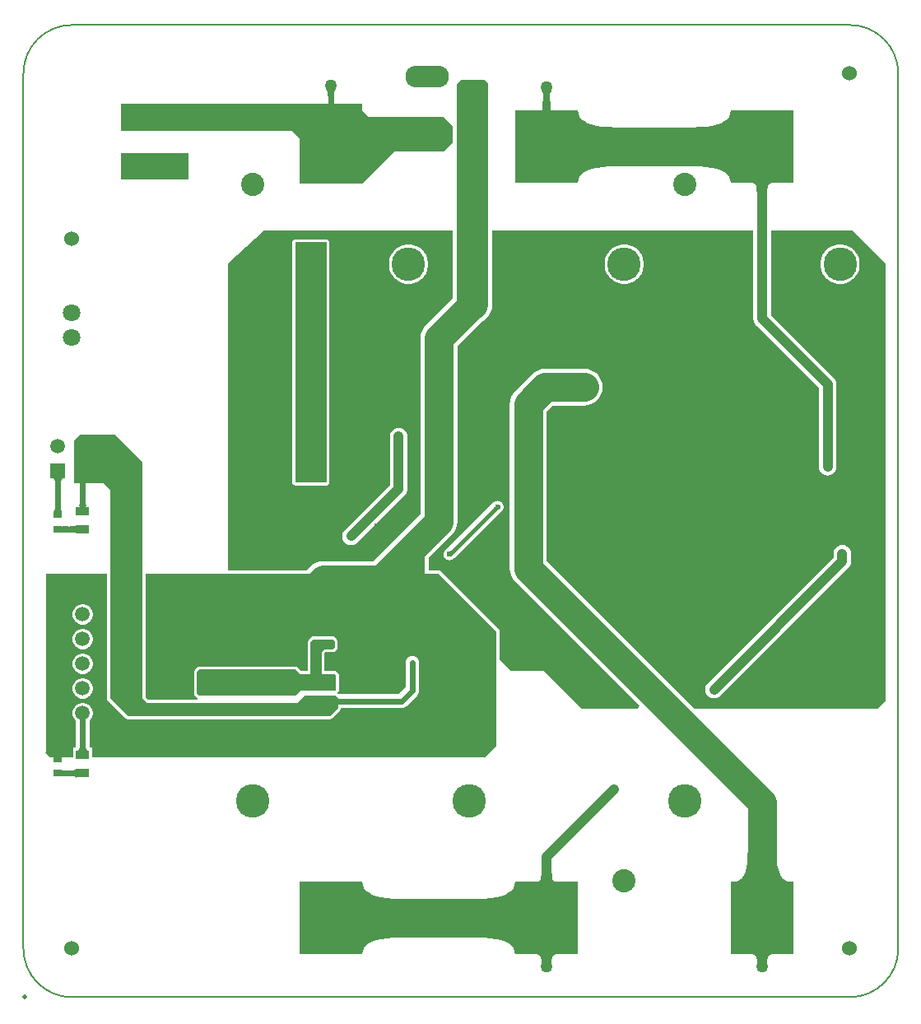
<source format=gbl>
G04*
G04 #@! TF.GenerationSoftware,Altium Limited,Altium Designer,21.1.1 (26)*
G04*
G04 Layer_Physical_Order=2*
G04 Layer_Color=16711680*
%FSLAX25Y25*%
%MOIN*%
G70*
G04*
G04 #@! TF.SameCoordinates,5AD375DC-C50E-4051-8569-BF36B36DD858*
G04*
G04*
G04 #@! TF.FilePolarity,Positive*
G04*
G01*
G75*
%ADD13C,0.00591*%
%ADD16C,0.05000*%
%ADD19R,0.05315X0.03740*%
%ADD21R,0.03543X0.02559*%
%ADD59C,0.01575*%
%ADD60C,0.03937*%
%ADD61C,0.02362*%
%ADD62C,0.12697*%
%ADD63C,0.11811*%
%ADD65R,0.27559X0.11024*%
%ADD66C,0.05906*%
%ADD67R,0.05906X0.05906*%
%ADD68C,0.06000*%
%ADD69O,0.08858X0.17717*%
%ADD70O,0.19685X0.09843*%
%ADD71O,0.17717X0.08858*%
%ADD72C,0.07087*%
%ADD73C,0.09409*%
%ADD74C,0.13583*%
%ADD75C,0.01968*%
%ADD76C,0.02362*%
%ADD77R,0.25472X0.29370*%
%ADD78C,0.15748*%
G36*
X126341Y367566D02*
X126204Y367327D01*
X126084Y367070D01*
X125979Y366793D01*
X125890Y366498D01*
X125818Y366183D01*
X125761Y365851D01*
X125721Y365499D01*
X125689Y364739D01*
X123327D01*
X123319Y365128D01*
X123254Y365851D01*
X123198Y366183D01*
X123125Y366498D01*
X123037Y366793D01*
X122932Y367070D01*
X122811Y367327D01*
X122675Y367566D01*
X122521Y367787D01*
X126494D01*
X126341Y367566D01*
D02*
G37*
G36*
X188189Y369971D02*
Y356210D01*
X175591Y356349D01*
Y369925D01*
X177122Y371457D01*
X186704D01*
X188189Y369971D01*
D02*
G37*
G36*
X213058Y366998D02*
X213849D01*
X213696Y366778D01*
X213559Y366539D01*
X213438Y366281D01*
X213333Y366004D01*
X213245Y365709D01*
X213172Y365395D01*
X213116Y365062D01*
X213108Y364997D01*
X213438Y360585D01*
X213639Y359234D01*
X213799Y359126D01*
X214000Y359055D01*
X214224Y359031D01*
X213669D01*
X213746Y358513D01*
X214141Y356624D01*
X214624Y354919D01*
X215195Y353398D01*
X215853Y352060D01*
X216599Y350905D01*
X217433Y349934D01*
X206291D01*
X207125Y350905D01*
X207871Y352060D01*
X208530Y353398D01*
X209101Y354919D01*
X209584Y356624D01*
X209979Y358513D01*
X210055Y359031D01*
X209500D01*
X209724Y359055D01*
X209925Y359126D01*
X210086Y359234D01*
X210286Y360585D01*
X210615Y364987D01*
X210609Y365062D01*
X210552Y365395D01*
X210480Y365709D01*
X210391Y366004D01*
X210286Y366281D01*
X210166Y366539D01*
X210029Y366778D01*
X209876Y366998D01*
X210666D01*
X210681Y367903D01*
X213043D01*
X213058Y366998D01*
D02*
G37*
G36*
X137280Y359055D02*
X139923Y356412D01*
X170163Y356412D01*
X173721Y352854D01*
X173720Y345854D01*
X170180Y342314D01*
X150066Y342314D01*
X137280Y329528D01*
X111811D01*
Y347658D01*
X108583Y350886D01*
X39378D01*
Y361713D01*
X137280D01*
Y359055D01*
D02*
G37*
G36*
X286488Y329697D02*
X286331Y330989D01*
X285858Y332145D01*
X285071Y333165D01*
X283969Y334048D01*
X282551Y334796D01*
X280819Y335408D01*
X278772Y335884D01*
X276410Y336224D01*
X273732Y336428D01*
X270740Y336496D01*
Y352244D01*
X273732Y352312D01*
X276410Y352516D01*
X278772Y352856D01*
X280819Y353332D01*
X282551Y353944D01*
X283969Y354692D01*
X285071Y355576D01*
X285858Y356595D01*
X286331Y357751D01*
X286488Y359043D01*
Y329697D01*
D02*
G37*
G36*
X224744Y357751D02*
X225216Y356595D01*
X226004Y355576D01*
X227106Y354692D01*
X228523Y353944D01*
X230256Y353332D01*
X232303Y352856D01*
X234665Y352516D01*
X237342Y352312D01*
X240334Y352244D01*
Y336496D01*
X237342Y336428D01*
X234665Y336224D01*
X232303Y335884D01*
X230256Y335408D01*
X228523Y334796D01*
X227106Y334048D01*
X226004Y333165D01*
X225216Y332145D01*
X224744Y330989D01*
X224586Y329697D01*
Y359043D01*
X224744Y357751D01*
D02*
G37*
G36*
X304099Y337978D02*
X303487Y336939D01*
X302946Y335688D01*
X302478Y334225D01*
X302082Y332550D01*
X301758Y330664D01*
X301664Y329709D01*
X303150D01*
X302776Y329670D01*
X302441Y329551D01*
X302146Y329354D01*
X301890Y329077D01*
X301673Y328722D01*
X301534Y328379D01*
X301325Y326255D01*
X301217Y323732D01*
X301181Y320998D01*
X297244D01*
X297208Y323732D01*
X296835Y328518D01*
X296752Y328722D01*
X296535Y329077D01*
X296280Y329354D01*
X295984Y329551D01*
X295650Y329670D01*
X295276Y329709D01*
X296742D01*
X296668Y330664D01*
X296343Y332550D01*
X295947Y334225D01*
X295479Y335688D01*
X294938Y336939D01*
X294326Y337978D01*
X293641Y338806D01*
X304784D01*
X304099Y337978D01*
D02*
G37*
G36*
X349311Y297146D02*
Y120177D01*
X346063Y116929D01*
X271752D01*
X256440Y132241D01*
X211946Y176735D01*
Y236991D01*
X214461Y239507D01*
X227067D01*
X228533Y239651D01*
X229943Y240079D01*
X231243Y240774D01*
X232382Y241708D01*
X233317Y242847D01*
X234011Y244147D01*
X234439Y245557D01*
X234583Y247023D01*
X234439Y248490D01*
X234011Y249900D01*
X233317Y251199D01*
X232382Y252338D01*
X231243Y253273D01*
X229943Y253968D01*
X228533Y254395D01*
X227067Y254540D01*
X211348D01*
X211348Y254540D01*
X209881Y254395D01*
X208471Y253968D01*
X207172Y253273D01*
X206033Y252338D01*
X199114Y245420D01*
X198179Y244281D01*
X197485Y242981D01*
X197057Y241571D01*
X196913Y240105D01*
Y173622D01*
X197057Y172156D01*
X197485Y170746D01*
X198179Y169446D01*
X199114Y168307D01*
X249401Y118020D01*
X248949Y116929D01*
X226287D01*
X210975Y132241D01*
X197490D01*
X192838Y136892D01*
Y148228D01*
X192838Y148228D01*
X192746Y148689D01*
X192485Y149080D01*
X192485Y149080D01*
X169223Y172343D01*
X169159Y172407D01*
X168768Y172668D01*
X168307Y172759D01*
X168307Y172759D01*
X164045D01*
D01*
Y177741D01*
X173622Y187318D01*
X174557Y188457D01*
X175251Y189757D01*
X175679Y191167D01*
X175824Y192633D01*
Y263816D01*
X185426Y273418D01*
X186313Y273892D01*
X187520Y274882D01*
X188510Y276089D01*
X189245Y277465D01*
X189698Y278959D01*
X189851Y280512D01*
Y296850D01*
Y310531D01*
X295639D01*
Y296850D01*
Y274748D01*
X295760Y273823D01*
X296117Y272961D01*
X296686Y272220D01*
X322126Y246780D01*
Y214777D01*
X322248Y213852D01*
X322605Y212990D01*
X323173Y212250D01*
X323913Y211682D01*
X324775Y211325D01*
X325700Y211203D01*
X326625Y211325D01*
X327487Y211682D01*
X328227Y212250D01*
X328795Y212990D01*
X329152Y213852D01*
X329274Y214777D01*
Y248260D01*
X329152Y249185D01*
X328795Y250047D01*
X328227Y250787D01*
X302786Y276228D01*
Y296850D01*
Y310531D01*
X335925D01*
X349311Y297146D01*
D02*
G37*
G36*
X16153Y210135D02*
X15953Y210064D01*
X15776Y209946D01*
X15622Y209781D01*
X15492Y209568D01*
X15386Y209308D01*
X15303Y209001D01*
X15244Y208647D01*
X15209Y208245D01*
X15197Y207797D01*
X12835D01*
X12823Y208245D01*
X12787Y208647D01*
X12728Y209001D01*
X12646Y209308D01*
X12539Y209568D01*
X12409Y209781D01*
X12256Y209946D01*
X12079Y210064D01*
X11878Y210135D01*
X11654Y210159D01*
X16378D01*
X16153Y210135D01*
D02*
G37*
G36*
X25209Y200581D02*
X25244Y200178D01*
X25303Y199822D01*
X25386Y199513D01*
X25492Y199252D01*
X25622Y199038D01*
X25776Y198872D01*
X25953Y198753D01*
X26153Y198682D01*
X26378Y198658D01*
X21654D01*
X21878Y198682D01*
X22079Y198753D01*
X22256Y198872D01*
X22410Y199038D01*
X22539Y199252D01*
X22646Y199513D01*
X22728Y199822D01*
X22787Y200178D01*
X22823Y200581D01*
X22835Y201032D01*
X25197D01*
X25209Y200581D01*
D02*
G37*
G36*
X15203Y198664D02*
X15289Y197601D01*
X15341Y197342D01*
X15405Y197129D01*
X15480Y196964D01*
X15567Y196846D01*
X15665Y196775D01*
X15775Y196751D01*
X12256D01*
X12366Y196775D01*
X12464Y196846D01*
X12551Y196964D01*
X12626Y197129D01*
X12690Y197342D01*
X12742Y197601D01*
X12783Y197908D01*
X12829Y198664D01*
X12835Y199113D01*
X15197D01*
X15203Y198664D01*
D02*
G37*
G36*
X15799Y190824D02*
X15870Y190806D01*
X15988Y190789D01*
X16153Y190775D01*
X17287Y190739D01*
X18138Y190735D01*
Y188372D01*
X15775Y188311D01*
Y190846D01*
X15799Y190824D01*
D02*
G37*
G36*
X21370Y187671D02*
X21347Y187804D01*
X21276Y187923D01*
X21158Y188029D01*
X20992Y188120D01*
X20780Y188197D01*
X20520Y188260D01*
X20213Y188309D01*
X19859Y188344D01*
X19008Y188372D01*
Y190735D01*
X19457Y190741D01*
X20213Y190793D01*
X20520Y190839D01*
X20780Y190898D01*
X20992Y190969D01*
X21158Y191054D01*
X21276Y191152D01*
X21347Y191263D01*
X21370Y191387D01*
Y187671D01*
D02*
G37*
G36*
X173928Y296850D02*
Y283180D01*
X162992Y272244D01*
X162057Y271105D01*
X161363Y269806D01*
X160935Y268395D01*
X160791Y266929D01*
Y195747D01*
X151213Y186169D01*
X141636Y176592D01*
X121653D01*
X120187Y176447D01*
X118777Y176020D01*
X117478Y175325D01*
X116339Y174390D01*
X114708Y172759D01*
X83070D01*
D01*
X82776D01*
Y297146D01*
X97441Y310531D01*
X173928D01*
Y296850D01*
D02*
G37*
G36*
X191634Y148228D02*
Y101673D01*
X187008Y97047D01*
X27854D01*
Y101038D01*
X26795D01*
Y111973D01*
X27324Y112501D01*
X27868Y113444D01*
X28150Y114495D01*
Y115584D01*
X27868Y116635D01*
X27324Y117578D01*
X26554Y118347D01*
X25611Y118892D01*
X24560Y119173D01*
X23471D01*
X22420Y118892D01*
X21477Y118347D01*
X20708Y117578D01*
X20164Y116635D01*
X19882Y115584D01*
Y114495D01*
X20164Y113444D01*
X20708Y112501D01*
X21236Y111973D01*
Y101038D01*
X20177D01*
Y97047D01*
X10971D01*
X8961Y99058D01*
X9041Y99139D01*
X9041Y171555D01*
X33835D01*
Y121038D01*
X33835Y121038D01*
X33927Y120577D01*
X34188Y120187D01*
X41447Y112928D01*
X41837Y112667D01*
X42298Y112575D01*
X42298Y112575D01*
X124150D01*
X124150Y112575D01*
X124611Y112667D01*
X125002Y112928D01*
X125002Y112928D01*
X128329Y116255D01*
X128590Y116646D01*
X128681Y117102D01*
X153146D01*
X153865Y117197D01*
X154536Y117475D01*
X155111Y117916D01*
X159446Y122251D01*
X159888Y122827D01*
X160165Y123497D01*
X160260Y124216D01*
Y135433D01*
X160165Y136153D01*
X159888Y136823D01*
X159446Y137399D01*
X158870Y137840D01*
X158200Y138118D01*
X157480Y138213D01*
X156761Y138118D01*
X156090Y137840D01*
X155515Y137399D01*
X155073Y136823D01*
X154795Y136153D01*
X154701Y135433D01*
Y125368D01*
X151994Y122662D01*
X127557D01*
X127221Y122997D01*
X127174Y123477D01*
X127462Y123764D01*
X127462Y123764D01*
X127723Y124155D01*
X127814Y124616D01*
X127814Y124616D01*
Y130349D01*
X127814Y130349D01*
X127723Y130810D01*
X127462Y131201D01*
X127462Y131201D01*
X126905Y131757D01*
X126905Y131757D01*
X126515Y132018D01*
X126054Y132110D01*
X126054Y132110D01*
X121929D01*
Y139358D01*
X122300Y139729D01*
X125252D01*
X125252Y139729D01*
X125713Y139821D01*
X126103Y140082D01*
X126103Y140082D01*
X126905Y140883D01*
X127166Y141274D01*
X127258Y141735D01*
X127258Y141735D01*
Y144068D01*
X127258Y144068D01*
X127166Y144529D01*
X126905Y144920D01*
X126905Y144920D01*
X126103Y145722D01*
X125713Y145983D01*
X125252Y146074D01*
X125252Y146074D01*
X117445D01*
X117445Y146074D01*
X116984Y145983D01*
X116594Y145722D01*
X115441Y144569D01*
X115415Y144552D01*
X115154Y144161D01*
X115062Y143700D01*
Y132110D01*
X112491D01*
X111072Y133529D01*
X110682Y133790D01*
X110221Y133881D01*
X110221Y133881D01*
X71204Y133881D01*
X70744Y133790D01*
X70353Y133529D01*
X70353Y133529D01*
X69449Y132625D01*
X69188Y132234D01*
X69096Y131773D01*
X69096Y131773D01*
Y122951D01*
X69096Y122951D01*
X69188Y122490D01*
X69449Y122100D01*
X69449Y122100D01*
X70353Y121196D01*
X70353Y121196D01*
X70652Y120996D01*
X70591Y120549D01*
X70569Y120496D01*
X50424D01*
X49383Y121537D01*
Y171555D01*
X168307Y171555D01*
X191634Y148228D01*
D02*
G37*
G36*
X126054Y144068D02*
Y141735D01*
X125252Y140933D01*
X121801D01*
X120725Y139857D01*
Y130905D01*
X126054D01*
X126610Y130349D01*
Y124616D01*
X126054Y124059D01*
X112249Y124059D01*
X110236Y122047D01*
X71204D01*
X70300Y122951D01*
Y131773D01*
X71204Y132677D01*
X110221Y132677D01*
X111993Y130905D01*
X116267D01*
Y143700D01*
X116275D01*
X117445Y144870D01*
X125252D01*
X126054Y144068D01*
D02*
G37*
G36*
X48179Y216880D02*
Y121038D01*
X49926Y119291D01*
X110990D01*
X113845Y122146D01*
X126370D01*
X127477Y121038D01*
Y117107D01*
X124150Y113779D01*
X42298D01*
X35039Y121038D01*
Y205446D01*
X32296Y208189D01*
X20374D01*
X20374Y225492D01*
X22792Y227910D01*
X37149D01*
X48179Y216880D01*
D02*
G37*
G36*
X25209Y101758D02*
X25244Y101356D01*
X25303Y101002D01*
X25386Y100695D01*
X25492Y100435D01*
X25622Y100222D01*
X25776Y100057D01*
X25953Y99939D01*
X26153Y99868D01*
X26378Y99844D01*
X21654D01*
X21878Y99868D01*
X22079Y99939D01*
X22256Y100057D01*
X22410Y100222D01*
X22539Y100435D01*
X22646Y100695D01*
X22728Y101002D01*
X22787Y101356D01*
X22823Y101758D01*
X22835Y102207D01*
X25197D01*
X25209Y101758D01*
D02*
G37*
G36*
X15799Y91954D02*
X15870Y91939D01*
X15988Y91926D01*
X16366Y91906D01*
X18138Y91884D01*
Y89522D01*
X15775Y89435D01*
Y91970D01*
X15799Y91954D01*
D02*
G37*
G36*
X21370Y88845D02*
X21347Y88973D01*
X21276Y89089D01*
X21158Y89190D01*
X20992Y89278D01*
X20780Y89353D01*
X20520Y89413D01*
X20213Y89461D01*
X19859Y89495D01*
X19008Y89522D01*
Y91884D01*
X19457Y91891D01*
X20213Y91945D01*
X20520Y91992D01*
X20780Y92053D01*
X20992Y92128D01*
X21158Y92216D01*
X21276Y92317D01*
X21347Y92432D01*
X21370Y92561D01*
Y88845D01*
D02*
G37*
G36*
X305177Y56246D02*
X305354Y54236D01*
X305650Y52462D01*
X306063Y50925D01*
X306594Y49625D01*
X307244Y48561D01*
X308012Y47733D01*
X308898Y47142D01*
X309902Y46787D01*
X311024Y46669D01*
X287402D01*
X288524Y46787D01*
X289528Y47142D01*
X290413Y47733D01*
X291181Y48561D01*
X291831Y49625D01*
X292362Y50925D01*
X292776Y52462D01*
X293071Y54236D01*
X293248Y56246D01*
X293307Y58492D01*
X305118D01*
X305177Y56246D01*
D02*
G37*
G36*
X213867Y52646D02*
X214240Y47860D01*
X214323Y47656D01*
X214539Y47301D01*
X214795Y47024D01*
X215090Y46827D01*
X215425Y46708D01*
X215799Y46669D01*
X214333D01*
X214407Y45714D01*
X214731Y43828D01*
X215128Y42153D01*
X215596Y40690D01*
X216136Y39439D01*
X216749Y38400D01*
X217433Y37572D01*
X206291D01*
X206976Y38400D01*
X207588Y39439D01*
X208128Y40690D01*
X208597Y42153D01*
X208993Y43828D01*
X209317Y45714D01*
X209411Y46669D01*
X207925D01*
X208299Y46708D01*
X208634Y46827D01*
X208929Y47024D01*
X209185Y47301D01*
X209402Y47656D01*
X209541Y47999D01*
X209750Y50124D01*
X209858Y52646D01*
X209894Y55380D01*
X213831D01*
X213867Y52646D01*
D02*
G37*
G36*
X199138Y17335D02*
X198980Y18627D01*
X198508Y19782D01*
X197721Y20802D01*
X196618Y21686D01*
X195201Y22434D01*
X193469Y23046D01*
X191421Y23522D01*
X189059Y23862D01*
X186382Y24066D01*
X183390Y24134D01*
Y39882D01*
X186382Y39950D01*
X189059Y40154D01*
X191421Y40494D01*
X193469Y40970D01*
X195201Y41582D01*
X196618Y42330D01*
X197721Y43213D01*
X198508Y44233D01*
X198980Y45389D01*
X199138Y46681D01*
Y17335D01*
D02*
G37*
G36*
X137390Y45389D02*
X137862Y44233D01*
X138649Y43213D01*
X139752Y42330D01*
X141169Y41582D01*
X142901Y40970D01*
X144949Y40494D01*
X147311Y40154D01*
X149988Y39950D01*
X152980Y39882D01*
Y24134D01*
X149988Y24066D01*
X147311Y23862D01*
X144949Y23522D01*
X142901Y23046D01*
X141169Y22434D01*
X139752Y21686D01*
X138649Y20802D01*
X137862Y19782D01*
X137390Y18627D01*
X137232Y17335D01*
Y46681D01*
X137390Y45389D01*
D02*
G37*
G36*
X302971Y27304D02*
X302595Y26598D01*
X302264Y25717D01*
X301977Y24660D01*
X301734Y23427D01*
X301535Y22019D01*
X301270Y18675D01*
X301240Y17347D01*
X303150D01*
X302776Y17307D01*
X302441Y17189D01*
X302146Y16992D01*
X301890Y16715D01*
X301673Y16360D01*
X301496Y15925D01*
X301358Y15412D01*
X301260Y14819D01*
X301201Y14148D01*
X301181Y13398D01*
X297244D01*
X297224Y14148D01*
X297165Y14819D01*
X297067Y15412D01*
X296929Y15925D01*
X296752Y16360D01*
X296535Y16715D01*
X296280Y16992D01*
X295984Y17189D01*
X295650Y17307D01*
X295276Y17347D01*
X297174D01*
X296692Y23427D01*
X296448Y24660D01*
X296161Y25717D01*
X295830Y26598D01*
X295454Y27304D01*
X295034Y27835D01*
X303391D01*
X302971Y27304D01*
D02*
G37*
G36*
X217094Y25909D02*
X216409Y24813D01*
X215805Y23618D01*
X215281Y22325D01*
X214838Y20932D01*
X214475Y19439D01*
X214193Y17848D01*
X214134Y17347D01*
X215799D01*
X215425Y17307D01*
X215090Y17189D01*
X214795Y16992D01*
X214539Y16715D01*
X214323Y16360D01*
X214146Y15925D01*
X214008Y15412D01*
X213942Y15014D01*
X213831Y12480D01*
X209894D01*
X209853Y14368D01*
X209807Y14865D01*
X209717Y15412D01*
X209579Y15925D01*
X209402Y16360D01*
X209185Y16715D01*
X208929Y16992D01*
X208634Y17189D01*
X208299Y17307D01*
X207925Y17347D01*
X209578D01*
X209531Y17848D01*
X209249Y19439D01*
X208887Y20932D01*
X208443Y22325D01*
X207920Y23618D01*
X207315Y24813D01*
X206631Y25909D01*
X205865Y26905D01*
X217859D01*
X217094Y25909D01*
D02*
G37*
%LPC*%
G36*
X331494Y304823D02*
X329923D01*
X328383Y304517D01*
X326932Y303916D01*
X325626Y303043D01*
X324516Y301933D01*
X323644Y300627D01*
X323043Y299176D01*
X322736Y297636D01*
Y296850D01*
Y296065D01*
X323043Y294525D01*
X323644Y293074D01*
X324516Y291768D01*
X325626Y290658D01*
X326932Y289785D01*
X328383Y289184D01*
X329923Y288878D01*
X331494D01*
X333034Y289184D01*
X334485Y289785D01*
X335791Y290658D01*
X336901Y291768D01*
X337774Y293074D01*
X338375Y294525D01*
X338681Y296065D01*
Y297636D01*
X338375Y299176D01*
X337774Y300627D01*
X336901Y301933D01*
X335791Y303043D01*
X334485Y303916D01*
X333034Y304517D01*
X331494Y304823D01*
D02*
G37*
G36*
X244144D02*
X242573D01*
X241033Y304517D01*
X239582Y303916D01*
X238276Y303043D01*
X237166Y301933D01*
X236293Y300627D01*
X235692Y299176D01*
X235386Y297636D01*
Y296850D01*
Y296065D01*
X235692Y294525D01*
X236293Y293074D01*
X237166Y291768D01*
X238276Y290658D01*
X239582Y289785D01*
X241033Y289184D01*
X242573Y288878D01*
X244144D01*
X245684Y289184D01*
X247135Y289785D01*
X248440Y290658D01*
X249551Y291768D01*
X250423Y293074D01*
X251024Y294525D01*
X251331Y296065D01*
Y296850D01*
Y297636D01*
X251024Y299176D01*
X250423Y300627D01*
X249551Y301933D01*
X248440Y303043D01*
X247135Y303916D01*
X245684Y304517D01*
X244144Y304823D01*
D02*
G37*
G36*
X192126Y201014D02*
X191962D01*
X191729Y200968D01*
X191656D01*
X191588Y200940D01*
X191040Y200831D01*
X190259Y200309D01*
X171378Y181428D01*
X171210Y181358D01*
X171042Y181190D01*
X170845Y181058D01*
X170713Y180861D01*
X170545Y180693D01*
X170454Y180474D01*
X170323Y180277D01*
X170276Y180044D01*
X170186Y179825D01*
Y179588D01*
X170139Y179355D01*
X170186Y179123D01*
Y178885D01*
X170276Y178666D01*
X170323Y178434D01*
X170454Y178236D01*
X170545Y178017D01*
X170713Y177849D01*
X170845Y177652D01*
X171042Y177521D01*
X171210Y177353D01*
X171429Y177262D01*
X171626Y177130D01*
X171859Y177084D01*
X172078Y176993D01*
X172315D01*
X172548Y176947D01*
X172712D01*
X172944Y176993D01*
X173018D01*
X173085Y177021D01*
X173633Y177130D01*
X174415Y177652D01*
X193296Y196534D01*
X193464Y196603D01*
X193632Y196771D01*
X193829Y196903D01*
X193961Y197100D01*
X194129Y197268D01*
X194219Y197487D01*
X194351Y197684D01*
X194397Y197917D01*
X194488Y198136D01*
Y198373D01*
X194535Y198606D01*
X194488Y198838D01*
Y199076D01*
X194397Y199295D01*
X194351Y199528D01*
X194219Y199725D01*
X194129Y199944D01*
X193961Y200112D01*
X193829Y200309D01*
X193632Y200441D01*
X193464Y200608D01*
X193245Y200699D01*
X193048Y200831D01*
X192815Y200877D01*
X192596Y200968D01*
X192359D01*
X192126Y201014D01*
D02*
G37*
G36*
X331606Y183101D02*
X330681Y182980D01*
X329819Y182623D01*
X329079Y182055D01*
X328511Y181315D01*
X328154Y180453D01*
X328033Y179527D01*
Y177933D01*
X282340Y132241D01*
X277233Y127133D01*
X276665Y126393D01*
X276308Y125531D01*
X276186Y124606D01*
X276308Y123681D01*
X276665Y122819D01*
X277233Y122079D01*
X277973Y121511D01*
X278835Y121154D01*
X279760Y121032D01*
X280685Y121154D01*
X281547Y121511D01*
X282287Y122079D01*
X292911Y132703D01*
X334134Y173926D01*
X334701Y174666D01*
X335058Y175528D01*
X335180Y176453D01*
Y179527D01*
X335058Y180453D01*
X334701Y181315D01*
X334134Y182055D01*
X333393Y182623D01*
X332531Y182980D01*
X331606Y183101D01*
D02*
G37*
%LPD*%
G36*
X192220Y197429D02*
X192149Y197419D01*
X192076Y197400D01*
X192001Y197373D01*
X191923Y197337D01*
X191843Y197293D01*
X191762Y197240D01*
X191678Y197179D01*
X191503Y197030D01*
X191413Y196943D01*
X190448Y198205D01*
X190542Y198300D01*
X190909Y198724D01*
X190938Y198771D01*
X190958Y198811D01*
X190969Y198844D01*
X192220Y197429D01*
D02*
G37*
G36*
X174226Y179756D02*
X174132Y179661D01*
X173764Y179237D01*
X173735Y179190D01*
X173715Y179150D01*
X173705Y179118D01*
X172454Y180533D01*
X172525Y180543D01*
X172598Y180561D01*
X172673Y180588D01*
X172751Y180624D01*
X172830Y180668D01*
X172912Y180721D01*
X172996Y180782D01*
X173171Y180931D01*
X173261Y181018D01*
X174226Y179756D01*
D02*
G37*
%LPC*%
G36*
X156789Y304823D02*
X155219D01*
X153679Y304517D01*
X152228Y303916D01*
X150922Y303043D01*
X149811Y301933D01*
X148939Y300627D01*
X148338Y299176D01*
X148031Y297636D01*
Y296850D01*
Y296065D01*
X148338Y294525D01*
X148939Y293074D01*
X149811Y291768D01*
X150922Y290658D01*
X152228Y289785D01*
X153679Y289184D01*
X155219Y288878D01*
X156789D01*
X158329Y289184D01*
X159780Y289785D01*
X161086Y290658D01*
X162197Y291768D01*
X163069Y293074D01*
X163670Y294525D01*
X163976Y296065D01*
Y296850D01*
Y297636D01*
X163670Y299176D01*
X163069Y300627D01*
X162197Y301933D01*
X161086Y303043D01*
X159780Y303916D01*
X158329Y304517D01*
X156789Y304823D01*
D02*
G37*
G36*
X122736Y306948D02*
X110039D01*
X109579Y306856D01*
X109188Y306595D01*
X108927Y306205D01*
X108835Y305744D01*
Y296850D01*
Y208459D01*
X108927Y207998D01*
X109188Y207607D01*
X109579Y207346D01*
X110039Y207255D01*
X122736D01*
X123197Y207346D01*
X123588Y207607D01*
X123849Y207998D01*
X123941Y208459D01*
Y296850D01*
Y305744D01*
X123849Y306205D01*
X123588Y306595D01*
X123197Y306856D01*
X122736Y306948D01*
D02*
G37*
G36*
X151969Y230612D02*
X151043Y230490D01*
X150182Y230133D01*
X149441Y229565D01*
X148873Y228825D01*
X148516Y227963D01*
X148395Y227038D01*
Y207391D01*
X130233Y189229D01*
X129665Y188489D01*
X129307Y187627D01*
X129186Y186702D01*
X129307Y185777D01*
X129665Y184915D01*
X130233Y184175D01*
X130973Y183607D01*
X131835Y183250D01*
X132760Y183128D01*
X133685Y183250D01*
X134546Y183607D01*
X135287Y184175D01*
X154496Y203384D01*
X155064Y204124D01*
X155421Y204986D01*
X155542Y205911D01*
Y227038D01*
X155421Y227963D01*
X155064Y228825D01*
X154496Y229565D01*
X153755Y230133D01*
X152893Y230490D01*
X151969Y230612D01*
D02*
G37*
%LPD*%
G36*
X122736Y208459D02*
X110039D01*
Y305744D01*
X122736D01*
Y208459D01*
D02*
G37*
%LPC*%
G36*
X24560Y159173D02*
X23471D01*
X22420Y158891D01*
X21477Y158347D01*
X20708Y157578D01*
X20164Y156635D01*
X19882Y155584D01*
Y154495D01*
X20164Y153444D01*
X20708Y152501D01*
X21477Y151732D01*
X22420Y151187D01*
X23471Y150906D01*
X24560D01*
X25611Y151187D01*
X26554Y151732D01*
X27324Y152501D01*
X27868Y153444D01*
X28150Y154495D01*
Y155584D01*
X27868Y156635D01*
X27324Y157578D01*
X26554Y158347D01*
X25611Y158891D01*
X24560Y159173D01*
D02*
G37*
G36*
Y149173D02*
X23471D01*
X22420Y148891D01*
X21477Y148347D01*
X20708Y147578D01*
X20164Y146635D01*
X19882Y145584D01*
Y144495D01*
X20164Y143444D01*
X20708Y142501D01*
X21477Y141732D01*
X22420Y141187D01*
X23471Y140905D01*
X24560D01*
X25611Y141187D01*
X26554Y141732D01*
X27324Y142501D01*
X27868Y143444D01*
X28150Y144495D01*
Y145584D01*
X27868Y146635D01*
X27324Y147578D01*
X26554Y148347D01*
X25611Y148891D01*
X24560Y149173D01*
D02*
G37*
G36*
Y139173D02*
X23471D01*
X22420Y138891D01*
X21477Y138347D01*
X20708Y137578D01*
X20164Y136635D01*
X19882Y135584D01*
Y134495D01*
X20164Y133444D01*
X20708Y132501D01*
X21477Y131731D01*
X22420Y131187D01*
X23471Y130905D01*
X24560D01*
X25611Y131187D01*
X26554Y131731D01*
X27324Y132501D01*
X27868Y133444D01*
X28150Y134495D01*
Y135584D01*
X27868Y136635D01*
X27324Y137578D01*
X26554Y138347D01*
X25611Y138891D01*
X24560Y139173D01*
D02*
G37*
G36*
Y129173D02*
X23471D01*
X22420Y128892D01*
X21477Y128347D01*
X20708Y127578D01*
X20164Y126635D01*
X19882Y125584D01*
Y124495D01*
X20164Y123444D01*
X20708Y122501D01*
X21477Y121731D01*
X22420Y121187D01*
X23471Y120905D01*
X24560D01*
X25611Y121187D01*
X26554Y121731D01*
X27324Y122501D01*
X27868Y123444D01*
X28150Y124495D01*
Y125584D01*
X27868Y126635D01*
X27324Y127578D01*
X26554Y128347D01*
X25611Y128892D01*
X24560Y129173D01*
D02*
G37*
%LPD*%
D13*
X354331Y374016D02*
G03*
X334646Y393701I-19685J0D01*
G01*
Y0D02*
G03*
X354331Y19685I0J19685D01*
G01*
X19685Y393701D02*
G03*
X0Y374016I0J-19685D01*
G01*
X0Y19685D02*
G03*
X19685Y0I19685J0D01*
G01*
X354331Y19685D02*
Y374016D01*
X19685Y0D02*
X334646D01*
X0Y19685D02*
Y374016D01*
X19685Y393701D02*
X334646D01*
D16*
X299213Y12480D02*
D03*
X211862Y368516D02*
D03*
Y12480D02*
D03*
X124508Y369304D02*
D03*
X83563Y356791D02*
D03*
D19*
X24016Y196812D02*
D03*
Y189529D02*
D03*
Y90703D02*
D03*
Y97986D02*
D03*
D21*
X14016Y90703D02*
D03*
Y96608D02*
D03*
Y189578D02*
D03*
Y195484D02*
D03*
D59*
X172548Y179355D02*
X172712D01*
X191962Y198606D01*
X192126D01*
D60*
X299213Y12480D02*
Y32008D01*
X211862Y12480D02*
Y32008D01*
X331606Y176453D02*
Y179527D01*
X279760Y124606D02*
X331606Y176453D01*
X211862Y56709D02*
X239340Y84186D01*
X211862Y32008D02*
Y56709D01*
X325700Y214777D02*
Y248260D01*
X299213Y274748D02*
X325700Y248260D01*
X299213Y274748D02*
Y344370D01*
X132760Y186702D02*
X151969Y205911D01*
Y227038D01*
D61*
X157480Y124216D02*
Y135433D01*
X124328Y119882D02*
X153146D01*
X157480Y124216D01*
X211862Y344370D02*
Y368516D01*
X124508Y344370D02*
Y369304D01*
X14040Y189553D02*
X23991D01*
X24016Y189529D01*
X14016Y189578D02*
X14040Y189553D01*
X24016Y196550D02*
Y213100D01*
X14016Y96608D02*
Y115039D01*
Y90703D02*
X24016D01*
Y97986D02*
Y115039D01*
X14016Y195484D02*
Y213100D01*
D62*
X181890Y280512D02*
Y361024D01*
D63*
X143601Y169075D02*
X144749D01*
X132757D02*
X143601D01*
X156528Y180854D02*
X168307Y192633D01*
X144749Y169075D02*
X156528Y180854D01*
Y166405D02*
Y180854D01*
X168307Y192633D02*
Y266929D01*
X121924Y169075D02*
X132757D01*
X121653D02*
X121924D01*
X104645Y152067D02*
X121653Y169075D01*
X168307Y266929D02*
X181890Y280512D01*
X299213Y32008D02*
Y78839D01*
X204429Y173622D02*
Y240105D01*
Y173622D02*
X299213Y78839D01*
X211348Y247023D02*
X221949D01*
X227067D01*
X204429Y240105D02*
X211348Y247023D01*
D65*
X53150Y336614D02*
D03*
Y356299D02*
D03*
D66*
X24016Y223099D02*
D03*
X14016D02*
D03*
X24016Y213100D02*
D03*
Y155039D02*
D03*
X14016D02*
D03*
X24016Y145039D02*
D03*
X14016D02*
D03*
X24016Y135039D02*
D03*
X14016D02*
D03*
X24016Y125039D02*
D03*
X14016D02*
D03*
X24016Y115039D02*
D03*
D67*
X14016Y213100D02*
D03*
Y115039D02*
D03*
D68*
X334646Y374016D02*
D03*
Y19685D02*
D03*
X19685Y307087D02*
D03*
Y19685D02*
D03*
D69*
X181890Y361024D02*
D03*
D70*
X163386Y349213D02*
D03*
D71*
Y372835D02*
D03*
D72*
X19488Y267244D02*
D03*
Y277244D02*
D03*
D73*
X93012Y329213D02*
D03*
X267717D02*
D03*
X243358Y47165D02*
D03*
D74*
X93012Y79528D02*
D03*
X156004Y296850D02*
D03*
X267717Y79528D02*
D03*
X330709Y296850D02*
D03*
X243358D02*
D03*
X180366Y79528D02*
D03*
D75*
X123310Y127362D02*
D03*
X331606Y179527D02*
D03*
X325700Y214777D02*
D03*
X157480Y135433D02*
D03*
X124150Y142900D02*
D03*
X124328Y119882D02*
D03*
X121402D02*
D03*
X118477D02*
D03*
X115551D02*
D03*
X120474Y127362D02*
D03*
X117358D02*
D03*
X394Y0D02*
D03*
D76*
X172548Y179355D02*
D03*
X65855Y158285D02*
D03*
Y169075D02*
D03*
X82724Y163014D02*
D03*
Y169075D02*
D03*
X90396D02*
D03*
X179429Y140059D02*
D03*
X176673Y147539D02*
D03*
X171260Y152756D02*
D03*
X159547Y163878D02*
D03*
X164936Y158285D02*
D03*
Y169075D02*
D03*
X154581D02*
D03*
X132757D02*
D03*
X111396D02*
D03*
X143601D02*
D03*
X121924D02*
D03*
X101550D02*
D03*
X115682Y158285D02*
D03*
X136914D02*
D03*
X129257D02*
D03*
X121924D02*
D03*
X101550D02*
D03*
X143601D02*
D03*
X149606Y156890D02*
D03*
X154331Y152461D02*
D03*
X159646Y147047D02*
D03*
X164936Y141810D02*
D03*
X168405Y137697D02*
D03*
X183551Y146197D02*
D03*
Y132918D02*
D03*
Y120706D02*
D03*
Y100681D02*
D03*
Y107608D02*
D03*
X164936Y100681D02*
D03*
Y107608D02*
D03*
X143601Y100681D02*
D03*
Y107608D02*
D03*
X121924Y100681D02*
D03*
Y107608D02*
D03*
X101550Y100681D02*
D03*
Y107608D02*
D03*
X82724Y100681D02*
D03*
Y107608D02*
D03*
X65855Y100681D02*
D03*
Y107608D02*
D03*
X48252D02*
D03*
Y100681D02*
D03*
X223787Y302669D02*
D03*
X205941D02*
D03*
X319107Y236838D02*
D03*
Y221372D02*
D03*
X303062Y250029D02*
D03*
Y236838D02*
D03*
X286821Y156364D02*
D03*
X256193Y147802D02*
D03*
X205941D02*
D03*
X278750Y190719D02*
D03*
X187625Y207224D02*
D03*
Y221503D02*
D03*
X143143Y190850D02*
D03*
X89567Y221372D02*
D03*
Y236838D02*
D03*
Y250029D02*
D03*
Y264043D02*
D03*
Y281775D02*
D03*
Y289830D02*
D03*
X99311Y302669D02*
D03*
Y289830D02*
D03*
X143204D02*
D03*
X133352D02*
D03*
X143204Y302669D02*
D03*
X133352D02*
D03*
X273032Y281775D02*
D03*
X256193D02*
D03*
X239049D02*
D03*
X223787D02*
D03*
X205941D02*
D03*
X187625Y250029D02*
D03*
Y264043D02*
D03*
X205941Y264173D02*
D03*
X223787Y264043D02*
D03*
X239049Y250029D02*
D03*
X256193D02*
D03*
X273023D02*
D03*
Y236838D02*
D03*
Y221372D02*
D03*
X286821Y221503D02*
D03*
Y236968D02*
D03*
Y250160D02*
D03*
Y264043D02*
D03*
X273023D02*
D03*
X256193D02*
D03*
X239049D02*
D03*
X192126Y198606D02*
D03*
X107974Y152067D02*
D03*
X103347Y147244D02*
D03*
X107974D02*
D03*
X103347Y152067D02*
D03*
X107974Y156004D02*
D03*
X118852Y293652D02*
D03*
Y300422D02*
D03*
X114337D02*
D03*
Y293652D02*
D03*
X118852Y286881D02*
D03*
X114337D02*
D03*
X118852Y223622D02*
D03*
X118888Y219461D02*
D03*
X118852Y215301D02*
D03*
X114337D02*
D03*
Y219461D02*
D03*
Y223622D02*
D03*
X279760Y124606D02*
D03*
X239340Y84186D02*
D03*
X186829Y186614D02*
D03*
X224526Y244911D02*
D03*
X227067Y247023D02*
D03*
X221949D02*
D03*
X77442Y124059D02*
D03*
Y127482D02*
D03*
Y130905D02*
D03*
X73130Y124059D02*
D03*
Y127482D02*
D03*
Y130905D02*
D03*
X132760Y186702D02*
D03*
X151969Y227038D02*
D03*
X187303Y165673D02*
D03*
X231222Y187106D02*
D03*
Y169193D02*
D03*
X236221Y166634D02*
D03*
X231222Y176870D02*
D03*
X217697Y229518D02*
D03*
X242217Y229518D02*
D03*
X240391Y187106D02*
D03*
X279325Y160070D02*
D03*
Y169193D02*
D03*
X303062Y213492D02*
D03*
X291054D02*
D03*
D77*
X124508Y32008D02*
D03*
Y344370D02*
D03*
X299213Y32008D02*
D03*
Y344370D02*
D03*
X211862D02*
D03*
Y32008D02*
D03*
D78*
X124508D02*
X211862D01*
Y344370D02*
X299213D01*
M02*

</source>
